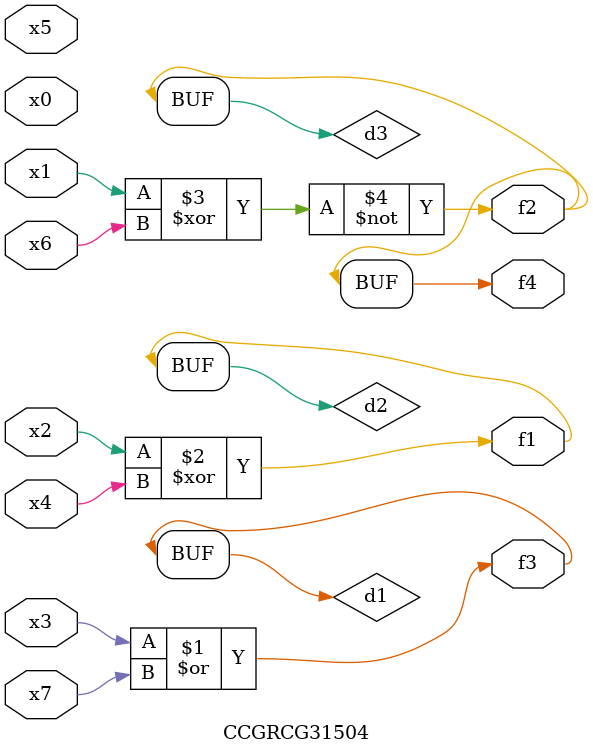
<source format=v>
module CCGRCG31504(
	input x0, x1, x2, x3, x4, x5, x6, x7,
	output f1, f2, f3, f4
);

	wire d1, d2, d3;

	or (d1, x3, x7);
	xor (d2, x2, x4);
	xnor (d3, x1, x6);
	assign f1 = d2;
	assign f2 = d3;
	assign f3 = d1;
	assign f4 = d3;
endmodule

</source>
